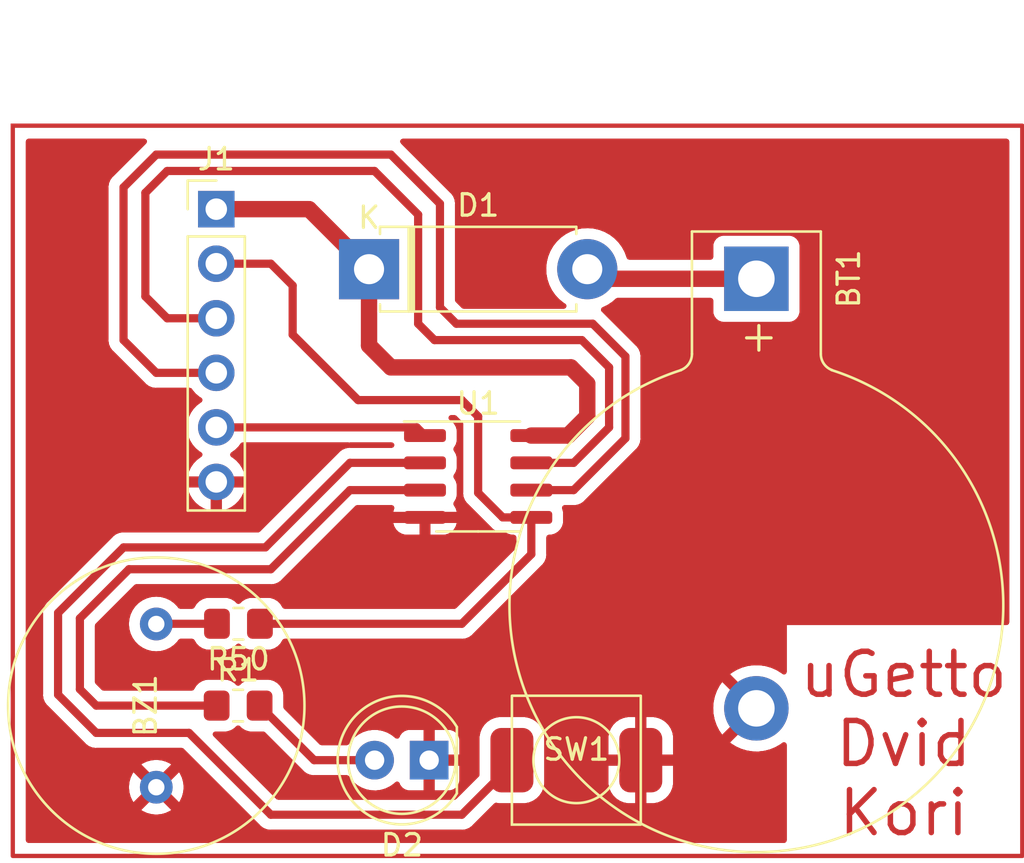
<source format=kicad_pcb>
(kicad_pcb (version 20211014) (generator pcbnew)
  (layers (0 "F.Cu" signal) (31 "B.Cu" signal) (34 "B.Paste" user) (35 "F.Paste" user) (36 "B.SilkS" user "B.Silkscreen") (37 "F.SilkS" user "F.Silkscreen") (38 "B.Mask" user) (39 "F.Mask" user) (44 "Edge.Cuts" user))
  (net 0 "")
  (net 1 "Net-(BT1-Pad1)")
  (net 2 "Net-(BT1-Pad2)")
  (net 3 "Net-(R50-Pad2)")
  (net 4 "Net-(D1-Pad1)")
  (net 5 "Net-(D2-Pad2)")
  (net 6 "Net-(R50-Pad1)")
  (net 7 "Net-(J1-Pad3)")
  (net 8 "Net-(J1-Pad4)")
  (net 9 "Net-(J1-Pad5)")
  (net 10 "Net-(R1-Pad1)")
  (net 11 "Net-(SW1-Pad1)")
  (footprint "Resistor_SMD:R_0805_2012Metric_Pad1.20x1.40mm_HandSolder" (layer "F.Cu") (at 110.49 127)
    (fp_text reference "R1" (at 0 -1.65) (layer "F.SilkS"))
    (fp_text value "R50")
    (fp_line (start -0.227064 -0.735) (end 0.227064 -0.735) (layer "F.SilkS") (width 0.12))
    (fp_line (start -0.227064 0.735) (end 0.227064 0.735) (layer "F.SilkS") (width 0.12))
    (pad "1" smd roundrect (at -1 0) (size 1.2 1.4) (layers "F.Cu" "F.Paste" "F.Mask") (roundrect_rratio 0.208333) (net 10 "Net-(R1-Pad1)"))
    (pad "2" smd roundrect (at 1 0) (size 1.2 1.4) (layers "F.Cu" "F.Paste" "F.Mask") (roundrect_rratio 0.208333) (net 5 "Net-(D2-Pad2)"))
  )
  (footprint "Library:gomb" (layer "F.Cu") (at 126.238 129.54)
    (fp_text reference "SW1" (at 0 -0.5 unlocked) (layer "F.SilkS"))
    (fp_text value "SW_Push")
    (fp_rect (start -3 3) (end 3 -3) (layer "F.SilkS") (width 0.12) (fill none))
    (fp_circle (center 0 0) (end 2 0) (layer "F.SilkS") (width 0.12) (fill none))
    (pad "1" smd roundrect (at -3 0) (size 2 3) (layers "F.Cu" "F.Paste" "F.Mask") (net 11 "Net-(SW1-Pad1)"))
    (pad "2" smd roundrect (at 3 0) (size 2 3) (layers "F.Cu" "F.Paste" "F.Mask") (net 2 "Net-(BT1-Pad2)"))
  )
  (footprint "Library:HPM14A" (layer "F.Cu") (at 106.68 127 90)
    (fp_text reference "BZ1" (at 0 -0.5 90 unlocked) (layer "F.SilkS"))
    (fp_text value "Buzzer")
    (fp_circle (center 0 0) (end 6.9 0) (layer "F.SilkS") (width 0.12) (fill none))
    (pad "1" thru_hole circle (at 3.8 0 90) (size 1.524 1.524) (drill 0.762) (layers *.Cu *.Mask) (net 3 "Net-(R50-Pad2)"))
    (pad "2" thru_hole circle (at -3.8 0 90) (size 1.524 1.524) (drill 0.762) (layers *.Cu *.Mask) (net 2 "Net-(BT1-Pad2)"))
  )
  (footprint "Diode_THT:D_5W_P10.16mm_Horizontal" (layer "F.Cu") (at 116.586 106.68)
    (fp_text reference "D1" (at 5.08 -2.97) (layer "F.SilkS"))
    (fp_text value "D_Schottky")
    (fp_text user "K" (at 0 -2.4) (layer "F.SilkS"))
    (fp_line (start 2.085 -1.97) (end 2.085 1.97) (layer "F.SilkS") (width 0.12))
    (fp_line (start 1.965 -1.97) (end 1.965 1.97) (layer "F.SilkS") (width 0.12))
    (fp_line (start 0.51 -1.97) (end 9.65 -1.97) (layer "F.SilkS") (width 0.12))
    (fp_line (start 1.845 -1.97) (end 1.845 1.97) (layer "F.SilkS") (width 0.12))
    (fp_line (start 9.65 -1.97) (end 9.65 -1.64) (layer "F.SilkS") (width 0.12))
    (fp_line (start 0.51 1.64) (end 0.51 1.97) (layer "F.SilkS") (width 0.12))
    (fp_line (start 9.65 1.97) (end 9.65 1.64) (layer "F.SilkS") (width 0.12))
    (fp_line (start 0.51 1.97) (end 9.65 1.97) (layer "F.SilkS") (width 0.12))
    (fp_line (start 0.51 -1.64) (end 0.51 -1.97) (layer "F.SilkS") (width 0.12))
    (pad "1" thru_hole rect (at 0 0) (size 2.8 2.8) (drill 1.4) (layers *.Cu *.Mask) (net 4 "Net-(D1-Pad1)"))
    (pad "2" thru_hole oval (at 10.16 0) (size 2.8 2.8) (drill 1.4) (layers *.Cu *.Mask) (net 1 "Net-(BT1-Pad1)"))
  )
  (footprint "Connector_PinHeader_2.54mm:PinHeader_1x06_P2.54mm_Vertical" (layer "F.Cu") (at 109.474 103.886)
    (fp_text reference "J1" (at 0 -2.33) (layer "F.SilkS"))
    (fp_text value "Conn_01x06_Male")
    (fp_line (start 1.33 1.27) (end 1.33 14.03) (layer "F.SilkS") (width 0.12))
    (fp_line (start -1.33 0) (end -1.33 -1.33) (layer "F.SilkS") (width 0.12))
    (fp_line (start -1.33 -1.33) (end 0 -1.33) (layer "F.SilkS") (width 0.12))
    (fp_line (start -1.33 1.27) (end -1.33 14.03) (layer "F.SilkS") (width 0.12))
    (fp_line (start -1.33 14.03) (end 1.33 14.03) (layer "F.SilkS") (width 0.12))
    (fp_line (start -1.33 1.27) (end 1.33 1.27) (layer "F.SilkS") (width 0.12))
    (pad "1" thru_hole rect (at 0 0) (size 1.7 1.7) (drill 1) (layers *.Cu *.Mask) (net 4 "Net-(D1-Pad1)"))
    (pad "2" thru_hole oval (at 0 2.54) (size 1.7 1.7) (drill 1) (layers *.Cu *.Mask) (net 6 "Net-(R50-Pad1)"))
    (pad "3" thru_hole oval (at 0 5.08) (size 1.7 1.7) (drill 1) (layers *.Cu *.Mask) (net 7 "Net-(J1-Pad3)"))
    (pad "4" thru_hole oval (at 0 7.62) (size 1.7 1.7) (drill 1) (layers *.Cu *.Mask) (net 8 "Net-(J1-Pad4)"))
    (pad "5" thru_hole oval (at 0 10.16) (size 1.7 1.7) (drill 1) (layers *.Cu *.Mask) (net 9 "Net-(J1-Pad5)"))
    (pad "6" thru_hole oval (at 0 12.7) (size 1.7 1.7) (drill 1) (layers *.Cu *.Mask) (net 2 "Net-(BT1-Pad2)"))
  )
  (footprint "Resistor_SMD:R_0805_2012Metric_Pad1.20x1.40mm_HandSolder" (layer "F.Cu") (at 110.506 123.19 180)
    (fp_text reference "R50" (at 0 -1.65) (layer "F.SilkS"))
    (fp_text value "R")
    (fp_line (start -0.227064 0.735) (end 0.227064 0.735) (layer "F.SilkS") (width 0.12))
    (fp_line (start -0.227064 -0.735) (end 0.227064 -0.735) (layer "F.SilkS") (width 0.12))
    (pad "1" smd roundrect (at -1 0 180) (size 1.2 1.4) (layers "F.Cu" "F.Paste" "F.Mask") (roundrect_rratio 0.208333) (net 6 "Net-(R50-Pad1)"))
    (pad "2" smd roundrect (at 1 0 180) (size 1.2 1.4) (layers "F.Cu" "F.Paste" "F.Mask") (roundrect_rratio 0.208333) (net 3 "Net-(R50-Pad2)"))
  )
  (footprint "Library:BatteryHolder_Keystone_103_1x20mm" (layer "F.Cu") (at 134.62 107.127584 -90)
    (fp_text reference "BT1" (at 0 -4.3 90) (layer "F.SilkS"))
    (fp_text value "Battery_Cell")
    (fp_text user "+" (at 2.75 0 90) (layer "F.SilkS") (effects (font (size 1.5 1.5))))
    (fp_line (start -2.2 3) (end -2.2 -3) (layer "F.SilkS") (width 0.12))
    (fp_line (start -2.2 3) (end 3.5 3) (layer "F.SilkS") (width 0.12))
    (fp_line (start -2.2 -3) (end 3.5 -3) (layer "F.SilkS") (width 0.12))
    (fp_arc (start 26.695671 -0.045281) (mid 16.993514 11.35499) (end 4.25 3.5) (layer "F.SilkS") (width 0.12))
    (fp_arc (start 4.251754 -3.526384) (mid 3.958861 -3.144678) (end 3.5 -3) (layer "F.SilkS") (width 0.12))
    (fp_arc (start 4.25 -3.5) (mid 16.993514 -11.35499) (end 26.695671 0.045281) (layer "F.SilkS") (width 0.12))
    (fp_arc (start 3.5 3) (mid 3.958861 3.144678) (end 4.251754 3.526384) (layer "F.SilkS") (width 0.12))
    (pad "1" thru_hole rect (at 0 0 270) (size 3 3) (drill 1.7) (layers *.Cu *.Mask) (net 1 "Net-(BT1-Pad1)"))
    (pad "2" thru_hole circle (at 20 0 270) (size 3 3) (drill 1.7) (layers *.Cu *.Mask) (net 2 "Net-(BT1-Pad2)"))
  )
  (footprint "Package_SO:SOIC-8_3.9x4.9mm_P1.27mm" (layer "F.Cu") (at 121.666 116.332)
    (fp_text reference "U1" (at 0 -3.4) (layer "F.SilkS"))
    (fp_text value "ATtiny13A-SS")
    (fp_line (start 0 2.56) (end -1.95 2.56) (layer "F.SilkS") (width 0.12))
    (fp_line (start 0 -2.56) (end -3.45 -2.56) (layer "F.SilkS") (width 0.12))
    (fp_line (start 0 -2.56) (end 1.95 -2.56) (layer "F.SilkS") (width 0.12))
    (fp_line (start 0 2.56) (end 1.95 2.56) (layer "F.SilkS") (width 0.12))
    (pad "1" smd roundrect (at -2.475 -1.905) (size 1.95 0.6) (layers "F.Cu" "F.Paste" "F.Mask") (net 9 "Net-(J1-Pad5)"))
    (pad "2" smd roundrect (at -2.475 -0.635) (size 1.95 0.6) (layers "F.Cu" "F.Paste" "F.Mask") (net 11 "Net-(SW1-Pad1)"))
    (pad "3" smd roundrect (at -2.475 0.635) (size 1.95 0.6) (layers "F.Cu" "F.Paste" "F.Mask") (net 10 "Net-(R1-Pad1)"))
    (pad "4" smd roundrect (at -2.475 1.905) (size 1.95 0.6) (layers "F.Cu" "F.Paste" "F.Mask") (net 2 "Net-(BT1-Pad2)"))
    (pad "5" smd roundrect (at 2.475 1.905) (size 1.95 0.6) (layers "F.Cu" "F.Paste" "F.Mask") (net 6 "Net-(R50-Pad1)"))
    (pad "6" smd roundrect (at 2.475 0.635) (size 1.95 0.6) (layers "F.Cu" "F.Paste" "F.Mask") (net 8 "Net-(J1-Pad4)"))
    (pad "7" smd roundrect (at 2.475 -0.635) (size 1.95 0.6) (layers "F.Cu" "F.Paste" "F.Mask") (net 7 "Net-(J1-Pad3)"))
    (pad "8" smd roundrect (at 2.475 -1.905) (size 1.95 0.6) (layers "F.Cu" "F.Paste" "F.Mask") (net 4 "Net-(D1-Pad1)"))
  )
  (footprint "LED_THT:LED_D5.0mm" (layer "F.Cu") (at 119.385 129.54 180)
    (fp_text reference "D2" (at 1.27 -3.96) (layer "F.SilkS"))
    (fp_text value "LED")
    (fp_line (start -1.29 -1.545) (end -1.29 1.545) (layer "F.SilkS") (width 0.12))
    (fp_arc (start 4.26 -0.000462) (mid 2.072002 2.880433) (end -1.29 1.54483) (layer "F.SilkS") (width 0.12))
    (fp_arc (start -1.29 -1.54483) (mid 2.072002 -2.880433) (end 4.26 0.000462) (layer "F.SilkS") (width 0.12))
    (fp_circle (center 1.27 0) (end 3.77 0) (layer "F.SilkS") (width 0.12) (fill none))
    (pad "1" thru_hole rect (at 0 0 180) (size 1.8 1.8) (drill 0.9) (layers *.Cu *.Mask) (net 2 "Net-(BT1-Pad2)"))
    (pad "2" thru_hole circle (at 2.54 0 180) (size 1.8 1.8) (drill 0.9) (layers *.Cu *.Mask) (net 5 "Net-(D2-Pad2)"))
  )
  (gr_rect (start 100 100) (end 147 134) (layer "F.Cu") (width 0.2) (fill none))
  (gr_text "uGetto\nDvid\nKori" (at 141.478 128.778) (layer "F.Cu") (effects (font (size 2 2) (thickness 0.254))))
  (segment (start 127.193584 107.127584) (end 126.746 106.68) (width 0.762) (layer "F.Cu") (net 1))
  (segment (start 134.62 107.127584) (end 127.193584 107.127584) (width 0.762) (layer "F.Cu") (net 1))
  (segment (start 109.506 123.19) (end 106.69 123.19) (width 0.381) (layer "F.Cu") (net 3))
  (segment (start 106.69 123.19) (end 106.68 123.2) (width 0.381) (layer "F.Cu") (net 3))
  (segment (start 125.984 111.252) (end 117.602 111.252) (width 0.762) (layer "F.Cu") (net 4))
  (segment (start 117.602 111.252) (end 116.586 110.236) (width 0.762) (layer "F.Cu") (net 4))
  (segment (start 116.586 110.236) (end 116.586 106.68) (width 0.762) (layer "F.Cu") (net 4))
  (segment (start 125.857 114.427) (end 126.746 113.538) (width 0.762) (layer "F.Cu") (net 4))
  (segment (start 126.746 112.014) (end 125.984 111.252) (width 0.762) (layer "F.Cu") (net 4))
  (segment (start 124.141 114.427) (end 125.857 114.427) (width 0.762) (layer "F.Cu") (net 4))
  (segment (start 113.792 103.886) (end 116.586 106.68) (width 0.762) (layer "F.Cu") (net 4))
  (segment (start 109.474 103.886) (end 113.792 103.886) (width 0.762) (layer "F.Cu") (net 4))
  (segment (start 126.746 113.538) (end 126.746 112.014) (width 0.762) (layer "F.Cu") (net 4))
  (segment (start 111.49 127) (end 114.03 129.54) (width 0.381) (layer "F.Cu") (net 5))
  (segment (start 114.03 129.54) (end 116.845 129.54) (width 0.381) (layer "F.Cu") (net 5))
  (segment (start 112.014 106.426) (end 109.474 106.426) (width 0.381) (layer "F.Cu") (net 6))
  (segment (start 113.03 109.728) (end 113.03 107.442) (width 0.381) (layer "F.Cu") (net 6))
  (segment (start 116.078 112.776) (end 113.03 109.728) (width 0.381) (layer "F.Cu") (net 6))
  (segment (start 121.666 113.538) (end 120.904 112.776) (width 0.381) (layer "F.Cu") (net 6))
  (segment (start 122.809 118.237) (end 121.666 117.094) (width 0.381) (layer "F.Cu") (net 6))
  (segment (start 120.904 112.776) (end 116.078 112.776) (width 0.381) (layer "F.Cu") (net 6))
  (segment (start 124.141 118.237) (end 124.141 119.953) (width 0.381) (layer "F.Cu") (net 6))
  (segment (start 113.03 107.442) (end 112.014 106.426) (width 0.381) (layer "F.Cu") (net 6))
  (segment (start 121.666 117.094) (end 121.666 113.538) (width 0.381) (layer "F.Cu") (net 6))
  (segment (start 124.141 118.237) (end 122.809 118.237) (width 0.381) (layer "F.Cu") (net 6))
  (segment (start 124.141 119.953) (end 120.904 123.19) (width 0.381) (layer "F.Cu") (net 6))
  (segment (start 120.904 123.19) (end 111.506 123.19) (width 0.381) (layer "F.Cu") (net 6))
  (segment (start 107.188 102.108) (end 106.172 103.124) (width 0.381) (layer "F.Cu") (net 7))
  (segment (start 126.492 109.982) (end 119.634 109.982) (width 0.381) (layer "F.Cu") (net 7))
  (segment (start 127.762 114.046) (end 127.762 111.252) (width 0.381) (layer "F.Cu") (net 7))
  (segment (start 118.872 109.22) (end 118.872 104.14) (width 0.381) (layer "F.Cu") (net 7))
  (segment (start 126.111 115.697) (end 127.762 114.046) (width 0.381) (layer "F.Cu") (net 7))
  (segment (start 116.84 102.108) (end 107.188 102.108) (width 0.381) (layer "F.Cu") (net 7))
  (segment (start 106.172 103.124) (end 106.172 107.95) (width 0.381) (layer "F.Cu") (net 7))
  (segment (start 118.872 104.14) (end 116.84 102.108) (width 0.381) (layer "F.Cu") (net 7))
  (segment (start 119.634 109.982) (end 118.872 109.22) (width 0.381) (layer "F.Cu") (net 7))
  (segment (start 107.188 108.966) (end 109.474 108.966) (width 0.381) (layer "F.Cu") (net 7))
  (segment (start 124.141 115.697) (end 126.111 115.697) (width 0.381) (layer "F.Cu") (net 7))
  (segment (start 127.762 111.252) (end 126.492 109.982) (width 0.381) (layer "F.Cu") (net 7))
  (segment (start 106.172 107.95) (end 107.188 108.966) (width 0.381) (layer "F.Cu") (net 7))
  (segment (start 128.524 110.744) (end 127 109.22) (width 0.381) (layer "F.Cu") (net 8))
  (segment (start 119.888 103.632) (end 117.602 101.346) (width 0.381) (layer "F.Cu") (net 8))
  (segment (start 119.888 108.458) (end 119.888 103.632) (width 0.381) (layer "F.Cu") (net 8))
  (segment (start 128.524 114.554) (end 128.524 110.744) (width 0.381) (layer "F.Cu") (net 8))
  (segment (start 124.141 116.967) (end 126.111 116.967) (width 0.381) (layer "F.Cu") (net 8))
  (segment (start 120.65 109.22) (end 119.888 108.458) (width 0.381) (layer "F.Cu") (net 8))
  (segment (start 105.156 102.87) (end 105.156 109.982) (width 0.381) (layer "F.Cu") (net 8))
  (segment (start 127 109.22) (end 120.65 109.22) (width 0.381) (layer "F.Cu") (net 8))
  (segment (start 106.68 111.506) (end 109.474 111.506) (width 0.381) (layer "F.Cu") (net 8))
  (segment (start 117.602 101.346) (end 106.68 101.346) (width 0.381) (layer "F.Cu") (net 8))
  (segment (start 105.156 109.982) (end 106.68 111.506) (width 0.381) (layer "F.Cu") (net 8))
  (segment (start 126.111 116.967) (end 128.524 114.554) (width 0.381) (layer "F.Cu") (net 8))
  (segment (start 106.68 101.346) (end 105.156 102.87) (width 0.381) (layer "F.Cu") (net 8))
  (segment (start 118.81 114.046) (end 109.474 114.046) (width 0.381) (layer "F.Cu") (net 9))
  (segment (start 119.191 114.427) (end 118.81 114.046) (width 0.381) (layer "F.Cu") (net 9))
  (segment (start 112.014 120.65) (end 105.41 120.65) (width 0.381) (layer "F.Cu") (net 10))
  (segment (start 105.41 120.65) (end 103.124 122.936) (width 0.381) (layer "F.Cu") (net 10))
  (segment (start 103.124 122.936) (end 103.124 126.238) (width 0.381) (layer "F.Cu") (net 10))
  (segment (start 115.697 116.967) (end 112.014 120.65) (width 0.381) (layer "F.Cu") (net 10))
  (segment (start 103.886 127) (end 109.49 127) (width 0.381) (layer "F.Cu") (net 10))
  (segment (start 103.124 126.238) (end 103.886 127) (width 0.381) (layer "F.Cu") (net 10))
  (segment (start 119.191 116.967) (end 115.697 116.967) (width 0.381) (layer "F.Cu") (net 10))
  (segment (start 102.108 122.682) (end 102.108 126.492) (width 0.381) (layer "F.Cu") (net 11))
  (segment (start 111.76 119.634) (end 105.156 119.634) (width 0.381) (layer "F.Cu") (net 11))
  (segment (start 120.904 132.08) (end 123.238 129.746) (width 0.381) (layer "F.Cu") (net 11))
  (segment (start 123.238 129.746) (end 123.238 129.54) (width 0.381) (layer "F.Cu") (net 11))
  (segment (start 108.204 128.27) (end 112.014 132.08) (width 0.381) (layer "F.Cu") (net 11))
  (segment (start 115.697 115.697) (end 111.76 119.634) (width 0.381) (layer "F.Cu") (net 11))
  (segment (start 102.108 126.492) (end 103.886 128.27) (width 0.381) (layer "F.Cu") (net 11))
  (segment (start 119.191 115.697) (end 115.697 115.697) (width 0.381) (layer "F.Cu") (net 11))
  (segment (start 112.014 132.08) (end 120.904 132.08) (width 0.381) (layer "F.Cu") (net 11))
  (segment (start 103.886 128.27) (end 108.204 128.27) (width 0.381) (layer "F.Cu") (net 11))
  (segment (start 105.156 119.634) (end 102.108 122.682) (width 0.381) (layer "F.Cu") (net 11))
  (zone (net 2) (net_name "Net-(BT1-Pad2)") (layer "F.Cu") (connect_pads (clearance 0.508)) (min_thickness 0.254) (fill yes (thermal_gap 0.508) (thermal_bridge_width 0.508))
    (polygon (pts (xy 147 134) (xy 100 134) (xy 100 100) (xy 147 100)))
  )
  (zone (net 2) (net_name "Net-(BT1-Pad2)") (layer "F.Cu") (connect_pads (clearance 0.508)) (min_thickness 0.254) (fill yes (thermal_gap 0.508) (thermal_bridge_width 0.508))
    (polygon (pts (xy 147 134) (xy 100 134) (xy 100 100) (xy 147 100)))
  )
  (zone (net 2) (net_name "Net-(BT1-Pad2)") (layer "F.Cu") (connect_pads (clearance 0.508)) (min_thickness 0.254) (fill yes (thermal_gap 0.508) (thermal_bridge_width 0.508))
    (polygon (pts (xy 147 134) (xy 100 134) (xy 100 100) (xy 147 100)))
  )
)
</source>
